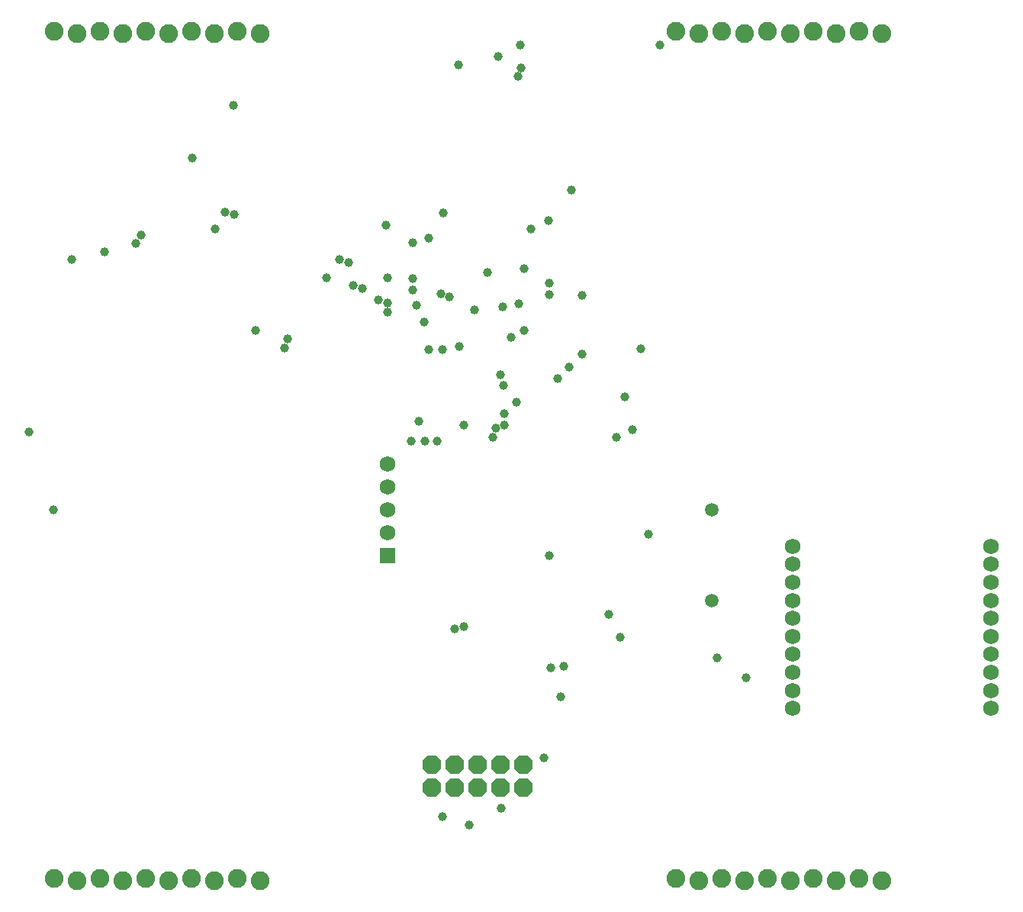
<source format=gbs>
G75*
G70*
%OFA0B0*%
%FSLAX24Y24*%
%IPPOS*%
%LPD*%
%AMOC8*
5,1,8,0,0,1.08239X$1,22.5*
%
%ADD10C,0.0820*%
%ADD11C,0.0680*%
%ADD12OC8,0.0820*%
%ADD13R,0.0680X0.0680*%
%ADD14C,0.0595*%
%ADD15C,0.0397*%
%ADD16C,0.0390*%
D10*
X009629Y007428D03*
X010629Y007328D03*
X011629Y007428D03*
X012629Y007328D03*
X013629Y007428D03*
X014629Y007328D03*
X015629Y007428D03*
X016629Y007328D03*
X017629Y007428D03*
X018629Y007328D03*
X036794Y007428D03*
X037794Y007328D03*
X038794Y007428D03*
X039794Y007328D03*
X040794Y007428D03*
X041794Y007328D03*
X042794Y007428D03*
X043794Y007328D03*
X044794Y007428D03*
X045794Y007328D03*
X045794Y044336D03*
X044794Y044436D03*
X043794Y044336D03*
X042794Y044436D03*
X041794Y044336D03*
X040794Y044436D03*
X039794Y044336D03*
X038794Y044436D03*
X037794Y044336D03*
X036794Y044436D03*
X018629Y044336D03*
X017629Y044436D03*
X016629Y044336D03*
X015629Y044436D03*
X014629Y044336D03*
X013629Y044436D03*
X012629Y044336D03*
X011629Y044436D03*
X010629Y044336D03*
X009629Y044436D03*
D11*
X024196Y025520D03*
X024196Y024520D03*
X024196Y023520D03*
X024196Y022520D03*
X041912Y021945D03*
X041912Y021157D03*
X041912Y020370D03*
X041912Y019583D03*
X041912Y018795D03*
X041912Y018008D03*
X041912Y017220D03*
X041912Y016433D03*
X041912Y015646D03*
X041912Y014858D03*
X050574Y014858D03*
X050574Y015646D03*
X050574Y016433D03*
X050574Y017220D03*
X050574Y018008D03*
X050574Y018795D03*
X050574Y019583D03*
X050574Y020370D03*
X050574Y021157D03*
X050574Y021945D03*
D12*
X030133Y012406D03*
X029133Y012406D03*
X028133Y012406D03*
X027133Y012406D03*
X026133Y012406D03*
X026133Y011406D03*
X027133Y011406D03*
X028133Y011406D03*
X029133Y011406D03*
X030133Y011406D03*
D13*
X024196Y021520D03*
D14*
X038369Y019583D03*
X038369Y023520D03*
D15*
X029235Y032417D03*
X028015Y032260D03*
D16*
X026912Y032850D03*
X026519Y032969D03*
X025456Y032457D03*
X025810Y031748D03*
X026007Y030528D03*
X026597Y030528D03*
X027345Y030685D03*
X029117Y029425D03*
X029274Y028953D03*
X029826Y028244D03*
X029314Y027732D03*
X029314Y027220D03*
X028920Y027102D03*
X028802Y026709D03*
X027542Y027220D03*
X026361Y026551D03*
X025849Y026551D03*
X025219Y026551D03*
X025574Y027417D03*
X029589Y031079D03*
X030180Y031354D03*
X029944Y032535D03*
X031282Y032929D03*
X031282Y033441D03*
X030180Y034071D03*
X028566Y033913D03*
X030456Y035803D03*
X031243Y036157D03*
X032227Y037496D03*
X032700Y032890D03*
X032700Y030331D03*
X032149Y029780D03*
X031637Y029268D03*
X034550Y028480D03*
X034904Y027024D03*
X034196Y026709D03*
X035259Y030567D03*
X026637Y036512D03*
X026007Y035409D03*
X025298Y035213D03*
X024117Y035961D03*
X022503Y034346D03*
X022109Y034465D03*
X021519Y033677D03*
X022700Y033323D03*
X023093Y033205D03*
X023802Y032693D03*
X024196Y032575D03*
X024196Y032181D03*
X025298Y033126D03*
X025298Y033638D03*
X024196Y033677D03*
X019826Y031000D03*
X019708Y030606D03*
X018448Y031354D03*
X013211Y035173D03*
X013448Y035528D03*
X011834Y034819D03*
X010416Y034465D03*
X016676Y035803D03*
X017109Y036551D03*
X017503Y036433D03*
X015652Y038913D03*
X017463Y041197D03*
X027306Y042969D03*
X029038Y043323D03*
X029983Y043835D03*
X030023Y042850D03*
X029904Y042457D03*
X036086Y043835D03*
X009589Y023520D03*
X008526Y026945D03*
X027149Y018323D03*
X027542Y018441D03*
X031322Y016630D03*
X031912Y016709D03*
X031755Y015370D03*
X031046Y012693D03*
X029156Y010488D03*
X027778Y009780D03*
X026597Y010134D03*
X034353Y017969D03*
X033881Y018953D03*
X031282Y021551D03*
X035613Y022457D03*
X038605Y017063D03*
X039865Y016197D03*
M02*

</source>
